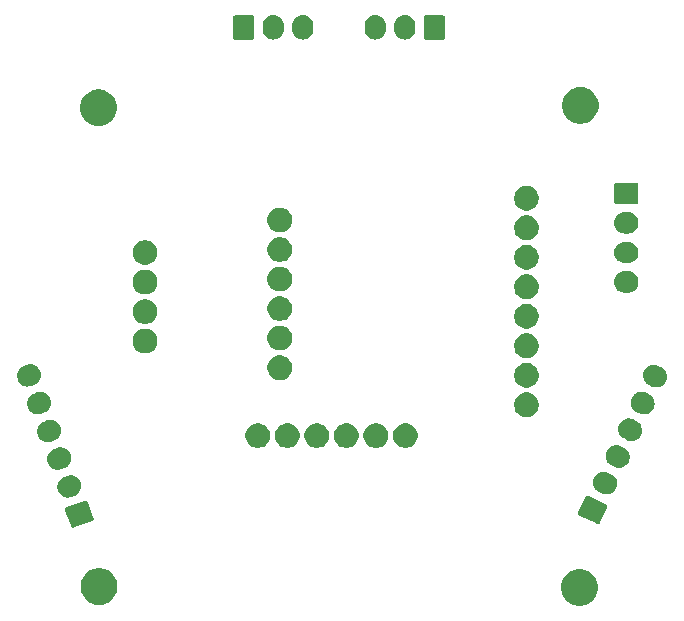
<source format=gbr>
G04 #@! TF.GenerationSoftware,KiCad,Pcbnew,(5.1.2)-2*
G04 #@! TF.CreationDate,2019-10-20T14:34:09-03:00*
G04 #@! TF.ProjectId,placa_sensores,706c6163-615f-4736-956e-736f7265732e,rev?*
G04 #@! TF.SameCoordinates,Original*
G04 #@! TF.FileFunction,Soldermask,Top*
G04 #@! TF.FilePolarity,Negative*
%FSLAX46Y46*%
G04 Gerber Fmt 4.6, Leading zero omitted, Abs format (unit mm)*
G04 Created by KiCad (PCBNEW (5.1.2)-2) date 2019-10-20 14:34:09*
%MOMM*%
%LPD*%
G04 APERTURE LIST*
%ADD10C,0.100000*%
G04 APERTURE END LIST*
D10*
G36*
X85451043Y-73858604D02*
G01*
X85702410Y-73908604D01*
X85984674Y-74025521D01*
X86238705Y-74195259D01*
X86454741Y-74411295D01*
X86624479Y-74665326D01*
X86741396Y-74947590D01*
X86741396Y-74947591D01*
X86791055Y-75197240D01*
X86801000Y-75247240D01*
X86801000Y-75552760D01*
X86741396Y-75852410D01*
X86624479Y-76134674D01*
X86454741Y-76388705D01*
X86238705Y-76604741D01*
X85984674Y-76774479D01*
X85702410Y-76891396D01*
X85654127Y-76901000D01*
X85402761Y-76951000D01*
X85097239Y-76951000D01*
X84845873Y-76901000D01*
X84797590Y-76891396D01*
X84515326Y-76774479D01*
X84261295Y-76604741D01*
X84045259Y-76388705D01*
X83875521Y-76134674D01*
X83758604Y-75852410D01*
X83699000Y-75552760D01*
X83699000Y-75247240D01*
X83708946Y-75197240D01*
X83758604Y-74947591D01*
X83758604Y-74947590D01*
X83875521Y-74665326D01*
X84045259Y-74411295D01*
X84261295Y-74195259D01*
X84515326Y-74025521D01*
X84797590Y-73908604D01*
X85048957Y-73858604D01*
X85097239Y-73849000D01*
X85402761Y-73849000D01*
X85451043Y-73858604D01*
X85451043Y-73858604D01*
G37*
G36*
X44852585Y-73828802D02*
G01*
X45002410Y-73858604D01*
X45284674Y-73975521D01*
X45538705Y-74145259D01*
X45754741Y-74361295D01*
X45924479Y-74615326D01*
X46041396Y-74897590D01*
X46051342Y-74947591D01*
X46101000Y-75197239D01*
X46101000Y-75502761D01*
X46091054Y-75552761D01*
X46041396Y-75802410D01*
X45924479Y-76084674D01*
X45754741Y-76338705D01*
X45538705Y-76554741D01*
X45284674Y-76724479D01*
X45002410Y-76841396D01*
X44852585Y-76871198D01*
X44702761Y-76901000D01*
X44397239Y-76901000D01*
X44247415Y-76871198D01*
X44097590Y-76841396D01*
X43815326Y-76724479D01*
X43561295Y-76554741D01*
X43345259Y-76338705D01*
X43175521Y-76084674D01*
X43058604Y-75802410D01*
X43008946Y-75552761D01*
X42999000Y-75502761D01*
X42999000Y-75197239D01*
X43048658Y-74947591D01*
X43058604Y-74897590D01*
X43175521Y-74615326D01*
X43345259Y-74361295D01*
X43561295Y-74145259D01*
X43815326Y-73975521D01*
X44097590Y-73858604D01*
X44247415Y-73828802D01*
X44397239Y-73799000D01*
X44702761Y-73799000D01*
X44852585Y-73828802D01*
X44852585Y-73828802D01*
G37*
G36*
X43492187Y-68057874D02*
G01*
X43524767Y-68069331D01*
X43554482Y-68086922D01*
X43580195Y-68109972D01*
X43600920Y-68137600D01*
X43618519Y-68174294D01*
X43646596Y-68251434D01*
X43646600Y-68251443D01*
X44081650Y-69446732D01*
X44081652Y-69446741D01*
X44109729Y-69523881D01*
X44119833Y-69563305D01*
X44121716Y-69597788D01*
X44116835Y-69631973D01*
X44105378Y-69664553D01*
X44087787Y-69694268D01*
X44064737Y-69719981D01*
X44037109Y-69740706D01*
X44000415Y-69758305D01*
X43923275Y-69786382D01*
X43923266Y-69786386D01*
X42493054Y-70306941D01*
X42493045Y-70306943D01*
X42415905Y-70335020D01*
X42376481Y-70345124D01*
X42341998Y-70347007D01*
X42307813Y-70342126D01*
X42275233Y-70330669D01*
X42245518Y-70313078D01*
X42219805Y-70290028D01*
X42199080Y-70262400D01*
X42181481Y-70225706D01*
X42153404Y-70148566D01*
X42153400Y-70148557D01*
X41718350Y-68953268D01*
X41718348Y-68953259D01*
X41690271Y-68876119D01*
X41680167Y-68836695D01*
X41678284Y-68802212D01*
X41683165Y-68768027D01*
X41694622Y-68735447D01*
X41712213Y-68705732D01*
X41735263Y-68680019D01*
X41762891Y-68659294D01*
X41799585Y-68641695D01*
X41876725Y-68613618D01*
X41876734Y-68613614D01*
X43306946Y-68093059D01*
X43306955Y-68093057D01*
X43384095Y-68064980D01*
X43423519Y-68054876D01*
X43458002Y-68052993D01*
X43492187Y-68057874D01*
X43492187Y-68057874D01*
G37*
G36*
X85928277Y-67663606D02*
G01*
X85966671Y-67677108D01*
X86041070Y-67711801D01*
X86041079Y-67711804D01*
X87420479Y-68355029D01*
X87420484Y-68355032D01*
X87494890Y-68389728D01*
X87529908Y-68410458D01*
X87555621Y-68433508D01*
X87576346Y-68461136D01*
X87591279Y-68492272D01*
X87599853Y-68525724D01*
X87601736Y-68560207D01*
X87596855Y-68594392D01*
X87583353Y-68632786D01*
X87548662Y-68707182D01*
X87548657Y-68707195D01*
X87011087Y-69860018D01*
X87011080Y-69860031D01*
X86976387Y-69934429D01*
X86955657Y-69969447D01*
X86932607Y-69995160D01*
X86904979Y-70015885D01*
X86873843Y-70030818D01*
X86840391Y-70039392D01*
X86805908Y-70041275D01*
X86771723Y-70036394D01*
X86733329Y-70022892D01*
X86658930Y-69988199D01*
X86658921Y-69988196D01*
X85279521Y-69344971D01*
X85279516Y-69344968D01*
X85205110Y-69310272D01*
X85170092Y-69289542D01*
X85144379Y-69266492D01*
X85123654Y-69238864D01*
X85108721Y-69207728D01*
X85100147Y-69174276D01*
X85098264Y-69139793D01*
X85103145Y-69105608D01*
X85116647Y-69067214D01*
X85151338Y-68992818D01*
X85151343Y-68992805D01*
X85688913Y-67839982D01*
X85688920Y-67839969D01*
X85723613Y-67765571D01*
X85744343Y-67730553D01*
X85767393Y-67704840D01*
X85795021Y-67684115D01*
X85826157Y-67669182D01*
X85859609Y-67660608D01*
X85894092Y-67658725D01*
X85928277Y-67663606D01*
X85928277Y-67663606D01*
G37*
G36*
X42338574Y-65923030D02*
G01*
X42377601Y-65928602D01*
X42427688Y-65946216D01*
X42545030Y-65987480D01*
X42629130Y-66037266D01*
X42697756Y-66077892D01*
X42697759Y-66077894D01*
X42697758Y-66077894D01*
X42829910Y-66196360D01*
X42852160Y-66226022D01*
X42936413Y-66338337D01*
X42986178Y-66442088D01*
X43013171Y-66498363D01*
X43057233Y-66670285D01*
X43066909Y-66847504D01*
X43041825Y-67023203D01*
X42982946Y-67190635D01*
X42892537Y-67343357D01*
X42892535Y-67343360D01*
X42774065Y-67475514D01*
X42774061Y-67475517D01*
X42774060Y-67475518D01*
X42719466Y-67516471D01*
X42632090Y-67582016D01*
X42512163Y-67639540D01*
X42194061Y-67755320D01*
X42164730Y-67762837D01*
X42065217Y-67788342D01*
X41888000Y-67798019D01*
X41751326Y-67778506D01*
X41712299Y-67772934D01*
X41628585Y-67743495D01*
X41544868Y-67714055D01*
X41392143Y-67623644D01*
X41259990Y-67505176D01*
X41233356Y-67469671D01*
X41153487Y-67363199D01*
X41103722Y-67259448D01*
X41076729Y-67203173D01*
X41032667Y-67031250D01*
X41022990Y-66854033D01*
X41048075Y-66678334D01*
X41048075Y-66678332D01*
X41077514Y-66594618D01*
X41106954Y-66510901D01*
X41197365Y-66358176D01*
X41315833Y-66226023D01*
X41355377Y-66196360D01*
X41457810Y-66119520D01*
X41577737Y-66061996D01*
X41895839Y-65946216D01*
X41895845Y-65946214D01*
X41895849Y-65946213D01*
X42024682Y-65913194D01*
X42201900Y-65903517D01*
X42338574Y-65923030D01*
X42338574Y-65923030D01*
G37*
G36*
X87508448Y-65651991D02*
G01*
X87633919Y-65696114D01*
X87940728Y-65839181D01*
X87982490Y-65863904D01*
X88055181Y-65906936D01*
X88187334Y-66025406D01*
X88293836Y-66167383D01*
X88293836Y-66167384D01*
X88370592Y-66327403D01*
X88392624Y-66413369D01*
X88414655Y-66499331D01*
X88414655Y-66499335D01*
X88424332Y-66676550D01*
X88399247Y-66852247D01*
X88340369Y-67019678D01*
X88249955Y-67172406D01*
X88131488Y-67304557D01*
X88079763Y-67343357D01*
X87989509Y-67411060D01*
X87957504Y-67426411D01*
X87829489Y-67487816D01*
X87743523Y-67509847D01*
X87657561Y-67531879D01*
X87480343Y-67541555D01*
X87480341Y-67541555D01*
X87363210Y-67524832D01*
X87304643Y-67516471D01*
X87269107Y-67503974D01*
X87179173Y-67472348D01*
X87101953Y-67436340D01*
X86872368Y-67329283D01*
X86757911Y-67261526D01*
X86678832Y-67190635D01*
X86625759Y-67143058D01*
X86583149Y-67086254D01*
X86519256Y-67001079D01*
X86503905Y-66969074D01*
X86442500Y-66841059D01*
X86420469Y-66755093D01*
X86398437Y-66669131D01*
X86388761Y-66491914D01*
X86413845Y-66316214D01*
X86472724Y-66148784D01*
X86563136Y-65996057D01*
X86643029Y-65906936D01*
X86681604Y-65863905D01*
X86738408Y-65821295D01*
X86823583Y-65757402D01*
X86855588Y-65742051D01*
X86983603Y-65680646D01*
X87069569Y-65658614D01*
X87155531Y-65636583D01*
X87332748Y-65626907D01*
X87332750Y-65626907D01*
X87508448Y-65651991D01*
X87508448Y-65651991D01*
G37*
G36*
X41480789Y-63573409D02*
G01*
X41522550Y-63579371D01*
X41584054Y-63601000D01*
X41689979Y-63638249D01*
X41774079Y-63688035D01*
X41842705Y-63728661D01*
X41842708Y-63728663D01*
X41842707Y-63728663D01*
X41974859Y-63847129D01*
X41997109Y-63876791D01*
X42081362Y-63989106D01*
X42116150Y-64061633D01*
X42158120Y-64149132D01*
X42202182Y-64321054D01*
X42211858Y-64498273D01*
X42186774Y-64673972D01*
X42127895Y-64841404D01*
X42037486Y-64994126D01*
X42037484Y-64994129D01*
X41919014Y-65126283D01*
X41919010Y-65126286D01*
X41919009Y-65126287D01*
X41848108Y-65179473D01*
X41777039Y-65232785D01*
X41657112Y-65290309D01*
X41339010Y-65406089D01*
X41338997Y-65406092D01*
X41338998Y-65406092D01*
X41210166Y-65439111D01*
X41032949Y-65448788D01*
X40896275Y-65429275D01*
X40857248Y-65423703D01*
X40773534Y-65394264D01*
X40689817Y-65364824D01*
X40537092Y-65274413D01*
X40404939Y-65155945D01*
X40378305Y-65120440D01*
X40298436Y-65013968D01*
X40248671Y-64910217D01*
X40221678Y-64853942D01*
X40177616Y-64682019D01*
X40167939Y-64504802D01*
X40193024Y-64329103D01*
X40193024Y-64329101D01*
X40229231Y-64226142D01*
X40251903Y-64161670D01*
X40342314Y-64008945D01*
X40460782Y-63876792D01*
X40500326Y-63847129D01*
X40602759Y-63770289D01*
X40722686Y-63712765D01*
X41040788Y-63596985D01*
X41040794Y-63596983D01*
X41040798Y-63596982D01*
X41169631Y-63563963D01*
X41346849Y-63554286D01*
X41480789Y-63573409D01*
X41480789Y-63573409D01*
G37*
G36*
X88564993Y-63386221D02*
G01*
X88690464Y-63430344D01*
X88690470Y-63430347D01*
X88956262Y-63554287D01*
X88997273Y-63573411D01*
X89037089Y-63596982D01*
X89111726Y-63641166D01*
X89243879Y-63759636D01*
X89350381Y-63901613D01*
X89350381Y-63901614D01*
X89427137Y-64061633D01*
X89449169Y-64147599D01*
X89471200Y-64233561D01*
X89471200Y-64233565D01*
X89480877Y-64410780D01*
X89455792Y-64586477D01*
X89396914Y-64753908D01*
X89306500Y-64906636D01*
X89188033Y-65038787D01*
X89131229Y-65081397D01*
X89046054Y-65145290D01*
X89023844Y-65155943D01*
X88886034Y-65222046D01*
X88800068Y-65244078D01*
X88714106Y-65266109D01*
X88536888Y-65275785D01*
X88536886Y-65275785D01*
X88419755Y-65259062D01*
X88361188Y-65250701D01*
X88310242Y-65232785D01*
X88235718Y-65206578D01*
X88127131Y-65155943D01*
X87928913Y-65063513D01*
X87814456Y-64995756D01*
X87803120Y-64985593D01*
X87682304Y-64877288D01*
X87589753Y-64753908D01*
X87575801Y-64735309D01*
X87550240Y-64682019D01*
X87499045Y-64575289D01*
X87477014Y-64489323D01*
X87454982Y-64403361D01*
X87445306Y-64226144D01*
X87470390Y-64050444D01*
X87529269Y-63883014D01*
X87619681Y-63730287D01*
X87699574Y-63641166D01*
X87738149Y-63598135D01*
X87796604Y-63554286D01*
X87880128Y-63491632D01*
X87912133Y-63476281D01*
X88040148Y-63414876D01*
X88126114Y-63392844D01*
X88212076Y-63370813D01*
X88389293Y-63361137D01*
X88389295Y-63361137D01*
X88564993Y-63386221D01*
X88564993Y-63386221D01*
G37*
G36*
X58306564Y-61539389D02*
G01*
X58497833Y-61618615D01*
X58497835Y-61618616D01*
X58669973Y-61733635D01*
X58816365Y-61880027D01*
X58883079Y-61979871D01*
X58931385Y-62052167D01*
X59010611Y-62243436D01*
X59051000Y-62446484D01*
X59051000Y-62653516D01*
X59010611Y-62856564D01*
X58931385Y-63047833D01*
X58931384Y-63047835D01*
X58816365Y-63219973D01*
X58669973Y-63366365D01*
X58497835Y-63481384D01*
X58497834Y-63481385D01*
X58497833Y-63481385D01*
X58306564Y-63560611D01*
X58103516Y-63601000D01*
X57896484Y-63601000D01*
X57693436Y-63560611D01*
X57502167Y-63481385D01*
X57502166Y-63481385D01*
X57502165Y-63481384D01*
X57330027Y-63366365D01*
X57183635Y-63219973D01*
X57068616Y-63047835D01*
X57068615Y-63047833D01*
X56989389Y-62856564D01*
X56949000Y-62653516D01*
X56949000Y-62446484D01*
X56989389Y-62243436D01*
X57068615Y-62052167D01*
X57116922Y-61979871D01*
X57183635Y-61880027D01*
X57330027Y-61733635D01*
X57502165Y-61618616D01*
X57502167Y-61618615D01*
X57693436Y-61539389D01*
X57896484Y-61499000D01*
X58103516Y-61499000D01*
X58306564Y-61539389D01*
X58306564Y-61539389D01*
G37*
G36*
X60806564Y-61539389D02*
G01*
X60997833Y-61618615D01*
X60997835Y-61618616D01*
X61169973Y-61733635D01*
X61316365Y-61880027D01*
X61383079Y-61979871D01*
X61431385Y-62052167D01*
X61510611Y-62243436D01*
X61551000Y-62446484D01*
X61551000Y-62653516D01*
X61510611Y-62856564D01*
X61431385Y-63047833D01*
X61431384Y-63047835D01*
X61316365Y-63219973D01*
X61169973Y-63366365D01*
X60997835Y-63481384D01*
X60997834Y-63481385D01*
X60997833Y-63481385D01*
X60806564Y-63560611D01*
X60603516Y-63601000D01*
X60396484Y-63601000D01*
X60193436Y-63560611D01*
X60002167Y-63481385D01*
X60002166Y-63481385D01*
X60002165Y-63481384D01*
X59830027Y-63366365D01*
X59683635Y-63219973D01*
X59568616Y-63047835D01*
X59568615Y-63047833D01*
X59489389Y-62856564D01*
X59449000Y-62653516D01*
X59449000Y-62446484D01*
X59489389Y-62243436D01*
X59568615Y-62052167D01*
X59616922Y-61979871D01*
X59683635Y-61880027D01*
X59830027Y-61733635D01*
X60002165Y-61618616D01*
X60002167Y-61618615D01*
X60193436Y-61539389D01*
X60396484Y-61499000D01*
X60603516Y-61499000D01*
X60806564Y-61539389D01*
X60806564Y-61539389D01*
G37*
G36*
X63306564Y-61539389D02*
G01*
X63497833Y-61618615D01*
X63497835Y-61618616D01*
X63669973Y-61733635D01*
X63816365Y-61880027D01*
X63883079Y-61979871D01*
X63931385Y-62052167D01*
X64010611Y-62243436D01*
X64051000Y-62446484D01*
X64051000Y-62653516D01*
X64010611Y-62856564D01*
X63931385Y-63047833D01*
X63931384Y-63047835D01*
X63816365Y-63219973D01*
X63669973Y-63366365D01*
X63497835Y-63481384D01*
X63497834Y-63481385D01*
X63497833Y-63481385D01*
X63306564Y-63560611D01*
X63103516Y-63601000D01*
X62896484Y-63601000D01*
X62693436Y-63560611D01*
X62502167Y-63481385D01*
X62502166Y-63481385D01*
X62502165Y-63481384D01*
X62330027Y-63366365D01*
X62183635Y-63219973D01*
X62068616Y-63047835D01*
X62068615Y-63047833D01*
X61989389Y-62856564D01*
X61949000Y-62653516D01*
X61949000Y-62446484D01*
X61989389Y-62243436D01*
X62068615Y-62052167D01*
X62116922Y-61979871D01*
X62183635Y-61880027D01*
X62330027Y-61733635D01*
X62502165Y-61618616D01*
X62502167Y-61618615D01*
X62693436Y-61539389D01*
X62896484Y-61499000D01*
X63103516Y-61499000D01*
X63306564Y-61539389D01*
X63306564Y-61539389D01*
G37*
G36*
X65806564Y-61539389D02*
G01*
X65997833Y-61618615D01*
X65997835Y-61618616D01*
X66169973Y-61733635D01*
X66316365Y-61880027D01*
X66383079Y-61979871D01*
X66431385Y-62052167D01*
X66510611Y-62243436D01*
X66551000Y-62446484D01*
X66551000Y-62653516D01*
X66510611Y-62856564D01*
X66431385Y-63047833D01*
X66431384Y-63047835D01*
X66316365Y-63219973D01*
X66169973Y-63366365D01*
X65997835Y-63481384D01*
X65997834Y-63481385D01*
X65997833Y-63481385D01*
X65806564Y-63560611D01*
X65603516Y-63601000D01*
X65396484Y-63601000D01*
X65193436Y-63560611D01*
X65002167Y-63481385D01*
X65002166Y-63481385D01*
X65002165Y-63481384D01*
X64830027Y-63366365D01*
X64683635Y-63219973D01*
X64568616Y-63047835D01*
X64568615Y-63047833D01*
X64489389Y-62856564D01*
X64449000Y-62653516D01*
X64449000Y-62446484D01*
X64489389Y-62243436D01*
X64568615Y-62052167D01*
X64616922Y-61979871D01*
X64683635Y-61880027D01*
X64830027Y-61733635D01*
X65002165Y-61618616D01*
X65002167Y-61618615D01*
X65193436Y-61539389D01*
X65396484Y-61499000D01*
X65603516Y-61499000D01*
X65806564Y-61539389D01*
X65806564Y-61539389D01*
G37*
G36*
X68306564Y-61539389D02*
G01*
X68497833Y-61618615D01*
X68497835Y-61618616D01*
X68669973Y-61733635D01*
X68816365Y-61880027D01*
X68883079Y-61979871D01*
X68931385Y-62052167D01*
X69010611Y-62243436D01*
X69051000Y-62446484D01*
X69051000Y-62653516D01*
X69010611Y-62856564D01*
X68931385Y-63047833D01*
X68931384Y-63047835D01*
X68816365Y-63219973D01*
X68669973Y-63366365D01*
X68497835Y-63481384D01*
X68497834Y-63481385D01*
X68497833Y-63481385D01*
X68306564Y-63560611D01*
X68103516Y-63601000D01*
X67896484Y-63601000D01*
X67693436Y-63560611D01*
X67502167Y-63481385D01*
X67502166Y-63481385D01*
X67502165Y-63481384D01*
X67330027Y-63366365D01*
X67183635Y-63219973D01*
X67068616Y-63047835D01*
X67068615Y-63047833D01*
X66989389Y-62856564D01*
X66949000Y-62653516D01*
X66949000Y-62446484D01*
X66989389Y-62243436D01*
X67068615Y-62052167D01*
X67116922Y-61979871D01*
X67183635Y-61880027D01*
X67330027Y-61733635D01*
X67502165Y-61618616D01*
X67502167Y-61618615D01*
X67693436Y-61539389D01*
X67896484Y-61499000D01*
X68103516Y-61499000D01*
X68306564Y-61539389D01*
X68306564Y-61539389D01*
G37*
G36*
X70806564Y-61539389D02*
G01*
X70997833Y-61618615D01*
X70997835Y-61618616D01*
X71169973Y-61733635D01*
X71316365Y-61880027D01*
X71383079Y-61979871D01*
X71431385Y-62052167D01*
X71510611Y-62243436D01*
X71551000Y-62446484D01*
X71551000Y-62653516D01*
X71510611Y-62856564D01*
X71431385Y-63047833D01*
X71431384Y-63047835D01*
X71316365Y-63219973D01*
X71169973Y-63366365D01*
X70997835Y-63481384D01*
X70997834Y-63481385D01*
X70997833Y-63481385D01*
X70806564Y-63560611D01*
X70603516Y-63601000D01*
X70396484Y-63601000D01*
X70193436Y-63560611D01*
X70002167Y-63481385D01*
X70002166Y-63481385D01*
X70002165Y-63481384D01*
X69830027Y-63366365D01*
X69683635Y-63219973D01*
X69568616Y-63047835D01*
X69568615Y-63047833D01*
X69489389Y-62856564D01*
X69449000Y-62653516D01*
X69449000Y-62446484D01*
X69489389Y-62243436D01*
X69568615Y-62052167D01*
X69616922Y-61979871D01*
X69683635Y-61880027D01*
X69830027Y-61733635D01*
X70002165Y-61618616D01*
X70002167Y-61618615D01*
X70193436Y-61539389D01*
X70396484Y-61499000D01*
X70603516Y-61499000D01*
X70806564Y-61539389D01*
X70806564Y-61539389D01*
G37*
G36*
X40628473Y-61224567D02*
G01*
X40667500Y-61230139D01*
X40717587Y-61247753D01*
X40834929Y-61289017D01*
X40908153Y-61332365D01*
X40987655Y-61379429D01*
X40987658Y-61379431D01*
X40987657Y-61379431D01*
X41119809Y-61497897D01*
X41120636Y-61499000D01*
X41226312Y-61639874D01*
X41271285Y-61733635D01*
X41303070Y-61799900D01*
X41347132Y-61971822D01*
X41347132Y-61971824D01*
X41356808Y-62149041D01*
X41332300Y-62320709D01*
X41331724Y-62324740D01*
X41272845Y-62492172D01*
X41184820Y-62640867D01*
X41182434Y-62644897D01*
X41063964Y-62777051D01*
X41063960Y-62777054D01*
X41063959Y-62777055D01*
X40993058Y-62830241D01*
X40921989Y-62883553D01*
X40802062Y-62941077D01*
X40483960Y-63056857D01*
X40483947Y-63056860D01*
X40483948Y-63056860D01*
X40355116Y-63089879D01*
X40177899Y-63099556D01*
X40041225Y-63080043D01*
X40002198Y-63074471D01*
X39918484Y-63045032D01*
X39834767Y-63015592D01*
X39682042Y-62925181D01*
X39549889Y-62806713D01*
X39492334Y-62729987D01*
X39443386Y-62664736D01*
X39393621Y-62560985D01*
X39366628Y-62504710D01*
X39322566Y-62332787D01*
X39312889Y-62155570D01*
X39337974Y-61979871D01*
X39337974Y-61979869D01*
X39373085Y-61880027D01*
X39396853Y-61812438D01*
X39487264Y-61659713D01*
X39605732Y-61527560D01*
X39650648Y-61493867D01*
X39747709Y-61421057D01*
X39867636Y-61363533D01*
X40185738Y-61247753D01*
X40185744Y-61247751D01*
X40185748Y-61247750D01*
X40314581Y-61214731D01*
X40491799Y-61205054D01*
X40628473Y-61224567D01*
X40628473Y-61224567D01*
G37*
G36*
X89621539Y-61120452D02*
G01*
X89747010Y-61164575D01*
X89747016Y-61164578D01*
X90013878Y-61289017D01*
X90053819Y-61307642D01*
X90095581Y-61332365D01*
X90168272Y-61375397D01*
X90267685Y-61464517D01*
X90300426Y-61493868D01*
X90325699Y-61527559D01*
X90406927Y-61635844D01*
X90406927Y-61635845D01*
X90483683Y-61795864D01*
X90505252Y-61880027D01*
X90527746Y-61967792D01*
X90529651Y-62002689D01*
X90537423Y-62145011D01*
X90523370Y-62243436D01*
X90512338Y-62320709D01*
X90497020Y-62364269D01*
X90453460Y-62488139D01*
X90363046Y-62640867D01*
X90244579Y-62773018D01*
X90199660Y-62806713D01*
X90102600Y-62879521D01*
X90070595Y-62894872D01*
X89942580Y-62956277D01*
X89856614Y-62978308D01*
X89770652Y-63000340D01*
X89593434Y-63010016D01*
X89593432Y-63010016D01*
X89476301Y-62993293D01*
X89417734Y-62984932D01*
X89382198Y-62972435D01*
X89292264Y-62940809D01*
X89169476Y-62883552D01*
X88985459Y-62797744D01*
X88871002Y-62729987D01*
X88859666Y-62719824D01*
X88738850Y-62611519D01*
X88658730Y-62504711D01*
X88632347Y-62469540D01*
X88616996Y-62437535D01*
X88555591Y-62309520D01*
X88516136Y-62155570D01*
X88511528Y-62137592D01*
X88501852Y-61960375D01*
X88526936Y-61784675D01*
X88585815Y-61617245D01*
X88676227Y-61464518D01*
X88756120Y-61375397D01*
X88794695Y-61332366D01*
X88907497Y-61247750D01*
X88936674Y-61225863D01*
X88980057Y-61205054D01*
X89096694Y-61149107D01*
X89182660Y-61127076D01*
X89268622Y-61105044D01*
X89445839Y-61095368D01*
X89445841Y-61095368D01*
X89621539Y-61120452D01*
X89621539Y-61120452D01*
G37*
G36*
X81056564Y-58939389D02*
G01*
X81247833Y-59018615D01*
X81247835Y-59018616D01*
X81419973Y-59133635D01*
X81566365Y-59280027D01*
X81680384Y-59450668D01*
X81681385Y-59452167D01*
X81760611Y-59643436D01*
X81801000Y-59846484D01*
X81801000Y-60053516D01*
X81760611Y-60256564D01*
X81689673Y-60427824D01*
X81681384Y-60447835D01*
X81566365Y-60619973D01*
X81419973Y-60766365D01*
X81247835Y-60881384D01*
X81247834Y-60881385D01*
X81247833Y-60881385D01*
X81056564Y-60960611D01*
X80853516Y-61001000D01*
X80646484Y-61001000D01*
X80443436Y-60960611D01*
X80252167Y-60881385D01*
X80252166Y-60881385D01*
X80252165Y-60881384D01*
X80080027Y-60766365D01*
X79933635Y-60619973D01*
X79818616Y-60447835D01*
X79810327Y-60427824D01*
X79739389Y-60256564D01*
X79699000Y-60053516D01*
X79699000Y-59846484D01*
X79739389Y-59643436D01*
X79818615Y-59452167D01*
X79819617Y-59450668D01*
X79933635Y-59280027D01*
X80080027Y-59133635D01*
X80252165Y-59018616D01*
X80252167Y-59018615D01*
X80443436Y-58939389D01*
X80646484Y-58899000D01*
X80853516Y-58899000D01*
X81056564Y-58939389D01*
X81056564Y-58939389D01*
G37*
G36*
X39773423Y-58875336D02*
G01*
X39812450Y-58880908D01*
X39881583Y-58905220D01*
X39979879Y-58939786D01*
X40063979Y-58989572D01*
X40132605Y-59030198D01*
X40153489Y-59048920D01*
X40264759Y-59148666D01*
X40287009Y-59178328D01*
X40371262Y-59290643D01*
X40409362Y-59370075D01*
X40448020Y-59450669D01*
X40492082Y-59622591D01*
X40492082Y-59622593D01*
X40501758Y-59799810D01*
X40495095Y-59846484D01*
X40476674Y-59975509D01*
X40417795Y-60142941D01*
X40350532Y-60256564D01*
X40327384Y-60295666D01*
X40208914Y-60427820D01*
X40208910Y-60427823D01*
X40208909Y-60427824D01*
X40160394Y-60464217D01*
X40066939Y-60534322D01*
X39947012Y-60591846D01*
X39628910Y-60707626D01*
X39628897Y-60707629D01*
X39628898Y-60707629D01*
X39500066Y-60740648D01*
X39322849Y-60750325D01*
X39186175Y-60730812D01*
X39147148Y-60725240D01*
X39063434Y-60695801D01*
X38979717Y-60666361D01*
X38826992Y-60575950D01*
X38694839Y-60457482D01*
X38633039Y-60375097D01*
X38588336Y-60315505D01*
X38534741Y-60203769D01*
X38511578Y-60155479D01*
X38467516Y-59983556D01*
X38457839Y-59806339D01*
X38482924Y-59630640D01*
X38482924Y-59630638D01*
X38522216Y-59518906D01*
X38541803Y-59463207D01*
X38632214Y-59310482D01*
X38750682Y-59178329D01*
X38790226Y-59148666D01*
X38892659Y-59071826D01*
X39012586Y-59014302D01*
X39330688Y-58898522D01*
X39330694Y-58898520D01*
X39330698Y-58898519D01*
X39459531Y-58865500D01*
X39636749Y-58855823D01*
X39773423Y-58875336D01*
X39773423Y-58875336D01*
G37*
G36*
X90678085Y-58854682D02*
G01*
X90803556Y-58898805D01*
X91110365Y-59041872D01*
X91152127Y-59066595D01*
X91224818Y-59109627D01*
X91356971Y-59228097D01*
X91463473Y-59370074D01*
X91463473Y-59370075D01*
X91540229Y-59530094D01*
X91562260Y-59616060D01*
X91584292Y-59702022D01*
X91584292Y-59702026D01*
X91593969Y-59879241D01*
X91568884Y-60054938D01*
X91510006Y-60222369D01*
X91419592Y-60375097D01*
X91301125Y-60507248D01*
X91265034Y-60534321D01*
X91159146Y-60613751D01*
X91146174Y-60619973D01*
X90999126Y-60690507D01*
X90913160Y-60712538D01*
X90827198Y-60734570D01*
X90649980Y-60744246D01*
X90649978Y-60744246D01*
X90516853Y-60725240D01*
X90474280Y-60719162D01*
X90438744Y-60706665D01*
X90348810Y-60675039D01*
X90271590Y-60639031D01*
X90042005Y-60531974D01*
X89927548Y-60464217D01*
X89909272Y-60447833D01*
X89795396Y-60345749D01*
X89752786Y-60288945D01*
X89688893Y-60203770D01*
X89673542Y-60171765D01*
X89612137Y-60043750D01*
X89590105Y-59957784D01*
X89568074Y-59871822D01*
X89558398Y-59694605D01*
X89583482Y-59518905D01*
X89642361Y-59351475D01*
X89732773Y-59198748D01*
X89812666Y-59109627D01*
X89851241Y-59066596D01*
X89908045Y-59023986D01*
X89993220Y-58960093D01*
X90025225Y-58944742D01*
X90153240Y-58883337D01*
X90239206Y-58861306D01*
X90325168Y-58839274D01*
X90502385Y-58829598D01*
X90502387Y-58829598D01*
X90678085Y-58854682D01*
X90678085Y-58854682D01*
G37*
G36*
X81056564Y-56439389D02*
G01*
X81247833Y-56518615D01*
X81247835Y-56518616D01*
X81419973Y-56633635D01*
X81566365Y-56780027D01*
X81674200Y-56941413D01*
X81681385Y-56952167D01*
X81760611Y-57143436D01*
X81801000Y-57346484D01*
X81801000Y-57553516D01*
X81760611Y-57756564D01*
X81681966Y-57946431D01*
X81681384Y-57947835D01*
X81566365Y-58119973D01*
X81419973Y-58266365D01*
X81247835Y-58381384D01*
X81247834Y-58381385D01*
X81247833Y-58381385D01*
X81056564Y-58460611D01*
X80853516Y-58501000D01*
X80646484Y-58501000D01*
X80443436Y-58460611D01*
X80252167Y-58381385D01*
X80252166Y-58381385D01*
X80252165Y-58381384D01*
X80080027Y-58266365D01*
X79933635Y-58119973D01*
X79818616Y-57947835D01*
X79818034Y-57946431D01*
X79739389Y-57756564D01*
X79699000Y-57553516D01*
X79699000Y-57346484D01*
X79739389Y-57143436D01*
X79818615Y-56952167D01*
X79825801Y-56941413D01*
X79933635Y-56780027D01*
X80080027Y-56633635D01*
X80252165Y-56518616D01*
X80252167Y-56518615D01*
X80443436Y-56439389D01*
X80646484Y-56399000D01*
X80853516Y-56399000D01*
X81056564Y-56439389D01*
X81056564Y-56439389D01*
G37*
G36*
X91734630Y-56588913D02*
G01*
X91860101Y-56633036D01*
X92166910Y-56776103D01*
X92173538Y-56780027D01*
X92281363Y-56843858D01*
X92413516Y-56962328D01*
X92520018Y-57104305D01*
X92521102Y-57106565D01*
X92596774Y-57264325D01*
X92617830Y-57346484D01*
X92640837Y-57436253D01*
X92640837Y-57436257D01*
X92650514Y-57613472D01*
X92633679Y-57731384D01*
X92625429Y-57789170D01*
X92619423Y-57806248D01*
X92566551Y-57956600D01*
X92502337Y-58065070D01*
X92476776Y-58108250D01*
X92476137Y-58109328D01*
X92357670Y-58241479D01*
X92324494Y-58266365D01*
X92215691Y-58347982D01*
X92193977Y-58358397D01*
X92055671Y-58424738D01*
X91969705Y-58446770D01*
X91883743Y-58468801D01*
X91706525Y-58478477D01*
X91706523Y-58478477D01*
X91581376Y-58460610D01*
X91530825Y-58453393D01*
X91495289Y-58440896D01*
X91405355Y-58409270D01*
X91328135Y-58373262D01*
X91098550Y-58266205D01*
X90984093Y-58198448D01*
X90896554Y-58119973D01*
X90851941Y-58079980D01*
X90766646Y-57966273D01*
X90745438Y-57938001D01*
X90730087Y-57905996D01*
X90668682Y-57777981D01*
X90631865Y-57634324D01*
X90624619Y-57606053D01*
X90614943Y-57428836D01*
X90640027Y-57253136D01*
X90698906Y-57085706D01*
X90789318Y-56932979D01*
X90882444Y-56829097D01*
X90907786Y-56800827D01*
X90964590Y-56758217D01*
X91049765Y-56694324D01*
X91110744Y-56665075D01*
X91209785Y-56617568D01*
X91295751Y-56595536D01*
X91381713Y-56573505D01*
X91558930Y-56563829D01*
X91558932Y-56563829D01*
X91734630Y-56588913D01*
X91734630Y-56588913D01*
G37*
G36*
X38918372Y-56526104D02*
G01*
X38957399Y-56531676D01*
X39007486Y-56549290D01*
X39124828Y-56590554D01*
X39196589Y-56633036D01*
X39277554Y-56680966D01*
X39277557Y-56680968D01*
X39277556Y-56680968D01*
X39409708Y-56799434D01*
X39431958Y-56829096D01*
X39516211Y-56941411D01*
X39526244Y-56962329D01*
X39592969Y-57101437D01*
X39637031Y-57273359D01*
X39641024Y-57346486D01*
X39646707Y-57450578D01*
X39623452Y-57613470D01*
X39621623Y-57626277D01*
X39562744Y-57793709D01*
X39477326Y-57938000D01*
X39472333Y-57946434D01*
X39353863Y-58078588D01*
X39353859Y-58078591D01*
X39353858Y-58078592D01*
X39312886Y-58109327D01*
X39211888Y-58185090D01*
X39091961Y-58242614D01*
X38773859Y-58358394D01*
X38773846Y-58358397D01*
X38773847Y-58358397D01*
X38645015Y-58391416D01*
X38467798Y-58401093D01*
X38329753Y-58381384D01*
X38292097Y-58376008D01*
X38208382Y-58346568D01*
X38124666Y-58317129D01*
X37971941Y-58226718D01*
X37839788Y-58108250D01*
X37813154Y-58072745D01*
X37733285Y-57966273D01*
X37683520Y-57862522D01*
X37656527Y-57806247D01*
X37612465Y-57634324D01*
X37602788Y-57457107D01*
X37627873Y-57281408D01*
X37627873Y-57281406D01*
X37676392Y-57143436D01*
X37686752Y-57113975D01*
X37777163Y-56961250D01*
X37895631Y-56829097D01*
X37966277Y-56776103D01*
X38037608Y-56722594D01*
X38157535Y-56665070D01*
X38475637Y-56549290D01*
X38475643Y-56549288D01*
X38475647Y-56549287D01*
X38604480Y-56516268D01*
X38781698Y-56506591D01*
X38918372Y-56526104D01*
X38918372Y-56526104D01*
G37*
G36*
X60156564Y-55789389D02*
G01*
X60347833Y-55868615D01*
X60347835Y-55868616D01*
X60366945Y-55881385D01*
X60519973Y-55983635D01*
X60666365Y-56130027D01*
X60781385Y-56302167D01*
X60860611Y-56493436D01*
X60901000Y-56696484D01*
X60901000Y-56903516D01*
X60860611Y-57106564D01*
X60788189Y-57281406D01*
X60781384Y-57297835D01*
X60666365Y-57469973D01*
X60519973Y-57616365D01*
X60347835Y-57731384D01*
X60347834Y-57731385D01*
X60347833Y-57731385D01*
X60156564Y-57810611D01*
X59953516Y-57851000D01*
X59746484Y-57851000D01*
X59543436Y-57810611D01*
X59352167Y-57731385D01*
X59352166Y-57731385D01*
X59352165Y-57731384D01*
X59180027Y-57616365D01*
X59033635Y-57469973D01*
X58918616Y-57297835D01*
X58911811Y-57281406D01*
X58839389Y-57106564D01*
X58799000Y-56903516D01*
X58799000Y-56696484D01*
X58839389Y-56493436D01*
X58918615Y-56302167D01*
X59033635Y-56130027D01*
X59180027Y-55983635D01*
X59333055Y-55881385D01*
X59352165Y-55868616D01*
X59352167Y-55868615D01*
X59543436Y-55789389D01*
X59746484Y-55749000D01*
X59953516Y-55749000D01*
X60156564Y-55789389D01*
X60156564Y-55789389D01*
G37*
G36*
X81056564Y-53939389D02*
G01*
X81187045Y-53993436D01*
X81247835Y-54018616D01*
X81419973Y-54133635D01*
X81566365Y-54280027D01*
X81681385Y-54452167D01*
X81760611Y-54643436D01*
X81801000Y-54846484D01*
X81801000Y-55053516D01*
X81760611Y-55256564D01*
X81738224Y-55310610D01*
X81681384Y-55447835D01*
X81566365Y-55619973D01*
X81419973Y-55766365D01*
X81247835Y-55881384D01*
X81247834Y-55881385D01*
X81247833Y-55881385D01*
X81056564Y-55960611D01*
X80853516Y-56001000D01*
X80646484Y-56001000D01*
X80443436Y-55960611D01*
X80252167Y-55881385D01*
X80252166Y-55881385D01*
X80252165Y-55881384D01*
X80080027Y-55766365D01*
X79933635Y-55619973D01*
X79818616Y-55447835D01*
X79761776Y-55310610D01*
X79739389Y-55256564D01*
X79699000Y-55053516D01*
X79699000Y-54846484D01*
X79739389Y-54643436D01*
X79818615Y-54452167D01*
X79933635Y-54280027D01*
X80080027Y-54133635D01*
X80252165Y-54018616D01*
X80312955Y-53993436D01*
X80443436Y-53939389D01*
X80646484Y-53899000D01*
X80853516Y-53899000D01*
X81056564Y-53939389D01*
X81056564Y-53939389D01*
G37*
G36*
X48756564Y-53539389D02*
G01*
X48947833Y-53618615D01*
X48947835Y-53618616D01*
X49119973Y-53733635D01*
X49266365Y-53880027D01*
X49358967Y-54018615D01*
X49381385Y-54052167D01*
X49460611Y-54243436D01*
X49501000Y-54446484D01*
X49501000Y-54653516D01*
X49460611Y-54856564D01*
X49381385Y-55047833D01*
X49381384Y-55047835D01*
X49266365Y-55219973D01*
X49119973Y-55366365D01*
X48947835Y-55481384D01*
X48947834Y-55481385D01*
X48947833Y-55481385D01*
X48756564Y-55560611D01*
X48553516Y-55601000D01*
X48346484Y-55601000D01*
X48143436Y-55560611D01*
X47952167Y-55481385D01*
X47952166Y-55481385D01*
X47952165Y-55481384D01*
X47780027Y-55366365D01*
X47633635Y-55219973D01*
X47518616Y-55047835D01*
X47518615Y-55047833D01*
X47439389Y-54856564D01*
X47399000Y-54653516D01*
X47399000Y-54446484D01*
X47439389Y-54243436D01*
X47518615Y-54052167D01*
X47541034Y-54018615D01*
X47633635Y-53880027D01*
X47780027Y-53733635D01*
X47952165Y-53618616D01*
X47952167Y-53618615D01*
X48143436Y-53539389D01*
X48346484Y-53499000D01*
X48553516Y-53499000D01*
X48756564Y-53539389D01*
X48756564Y-53539389D01*
G37*
G36*
X60156564Y-53289389D02*
G01*
X60347833Y-53368615D01*
X60347835Y-53368616D01*
X60519973Y-53483635D01*
X60666365Y-53630027D01*
X60735594Y-53733635D01*
X60781385Y-53802167D01*
X60860611Y-53993436D01*
X60901000Y-54196484D01*
X60901000Y-54403516D01*
X60860611Y-54606564D01*
X60781385Y-54797833D01*
X60781384Y-54797835D01*
X60666365Y-54969973D01*
X60519973Y-55116365D01*
X60347835Y-55231384D01*
X60347834Y-55231385D01*
X60347833Y-55231385D01*
X60156564Y-55310611D01*
X59953516Y-55351000D01*
X59746484Y-55351000D01*
X59543436Y-55310611D01*
X59352167Y-55231385D01*
X59352166Y-55231385D01*
X59352165Y-55231384D01*
X59180027Y-55116365D01*
X59033635Y-54969973D01*
X58918616Y-54797835D01*
X58918615Y-54797833D01*
X58839389Y-54606564D01*
X58799000Y-54403516D01*
X58799000Y-54196484D01*
X58839389Y-53993436D01*
X58918615Y-53802167D01*
X58964407Y-53733635D01*
X59033635Y-53630027D01*
X59180027Y-53483635D01*
X59352165Y-53368616D01*
X59352167Y-53368615D01*
X59543436Y-53289389D01*
X59746484Y-53249000D01*
X59953516Y-53249000D01*
X60156564Y-53289389D01*
X60156564Y-53289389D01*
G37*
G36*
X81056564Y-51439389D02*
G01*
X81187045Y-51493436D01*
X81247835Y-51518616D01*
X81419973Y-51633635D01*
X81566365Y-51780027D01*
X81681385Y-51952167D01*
X81760611Y-52143436D01*
X81801000Y-52346484D01*
X81801000Y-52553516D01*
X81760611Y-52756564D01*
X81738224Y-52810610D01*
X81681384Y-52947835D01*
X81566365Y-53119973D01*
X81419973Y-53266365D01*
X81247835Y-53381384D01*
X81247834Y-53381385D01*
X81247833Y-53381385D01*
X81056564Y-53460611D01*
X80853516Y-53501000D01*
X80646484Y-53501000D01*
X80443436Y-53460611D01*
X80252167Y-53381385D01*
X80252166Y-53381385D01*
X80252165Y-53381384D01*
X80080027Y-53266365D01*
X79933635Y-53119973D01*
X79818616Y-52947835D01*
X79761776Y-52810610D01*
X79739389Y-52756564D01*
X79699000Y-52553516D01*
X79699000Y-52346484D01*
X79739389Y-52143436D01*
X79818615Y-51952167D01*
X79933635Y-51780027D01*
X80080027Y-51633635D01*
X80252165Y-51518616D01*
X80312955Y-51493436D01*
X80443436Y-51439389D01*
X80646484Y-51399000D01*
X80853516Y-51399000D01*
X81056564Y-51439389D01*
X81056564Y-51439389D01*
G37*
G36*
X48756564Y-51039389D02*
G01*
X48947833Y-51118615D01*
X48947835Y-51118616D01*
X49119973Y-51233635D01*
X49266365Y-51380027D01*
X49358967Y-51518615D01*
X49381385Y-51552167D01*
X49460611Y-51743436D01*
X49501000Y-51946484D01*
X49501000Y-52153516D01*
X49460611Y-52356564D01*
X49381385Y-52547833D01*
X49381384Y-52547835D01*
X49266365Y-52719973D01*
X49119973Y-52866365D01*
X48947835Y-52981384D01*
X48947834Y-52981385D01*
X48947833Y-52981385D01*
X48756564Y-53060611D01*
X48553516Y-53101000D01*
X48346484Y-53101000D01*
X48143436Y-53060611D01*
X47952167Y-52981385D01*
X47952166Y-52981385D01*
X47952165Y-52981384D01*
X47780027Y-52866365D01*
X47633635Y-52719973D01*
X47518616Y-52547835D01*
X47518615Y-52547833D01*
X47439389Y-52356564D01*
X47399000Y-52153516D01*
X47399000Y-51946484D01*
X47439389Y-51743436D01*
X47518615Y-51552167D01*
X47541034Y-51518615D01*
X47633635Y-51380027D01*
X47780027Y-51233635D01*
X47952165Y-51118616D01*
X47952167Y-51118615D01*
X48143436Y-51039389D01*
X48346484Y-50999000D01*
X48553516Y-50999000D01*
X48756564Y-51039389D01*
X48756564Y-51039389D01*
G37*
G36*
X60156564Y-50789389D02*
G01*
X60347833Y-50868615D01*
X60347835Y-50868616D01*
X60519973Y-50983635D01*
X60666365Y-51130027D01*
X60735594Y-51233635D01*
X60781385Y-51302167D01*
X60860611Y-51493436D01*
X60901000Y-51696484D01*
X60901000Y-51903516D01*
X60860611Y-52106564D01*
X60781385Y-52297833D01*
X60781384Y-52297835D01*
X60666365Y-52469973D01*
X60519973Y-52616365D01*
X60347835Y-52731384D01*
X60347834Y-52731385D01*
X60347833Y-52731385D01*
X60156564Y-52810611D01*
X59953516Y-52851000D01*
X59746484Y-52851000D01*
X59543436Y-52810611D01*
X59352167Y-52731385D01*
X59352166Y-52731385D01*
X59352165Y-52731384D01*
X59180027Y-52616365D01*
X59033635Y-52469973D01*
X58918616Y-52297835D01*
X58918615Y-52297833D01*
X58839389Y-52106564D01*
X58799000Y-51903516D01*
X58799000Y-51696484D01*
X58839389Y-51493436D01*
X58918615Y-51302167D01*
X58964407Y-51233635D01*
X59033635Y-51130027D01*
X59180027Y-50983635D01*
X59352165Y-50868616D01*
X59352167Y-50868615D01*
X59543436Y-50789389D01*
X59746484Y-50749000D01*
X59953516Y-50749000D01*
X60156564Y-50789389D01*
X60156564Y-50789389D01*
G37*
G36*
X81056564Y-48939389D02*
G01*
X81187045Y-48993436D01*
X81247835Y-49018616D01*
X81419973Y-49133635D01*
X81566365Y-49280027D01*
X81681385Y-49452167D01*
X81760611Y-49643436D01*
X81801000Y-49846484D01*
X81801000Y-50053516D01*
X81760611Y-50256564D01*
X81685473Y-50437963D01*
X81681384Y-50447835D01*
X81566365Y-50619973D01*
X81419973Y-50766365D01*
X81247835Y-50881384D01*
X81247834Y-50881385D01*
X81247833Y-50881385D01*
X81056564Y-50960611D01*
X80853516Y-51001000D01*
X80646484Y-51001000D01*
X80443436Y-50960611D01*
X80252167Y-50881385D01*
X80252166Y-50881385D01*
X80252165Y-50881384D01*
X80080027Y-50766365D01*
X79933635Y-50619973D01*
X79818616Y-50447835D01*
X79814527Y-50437963D01*
X79739389Y-50256564D01*
X79699000Y-50053516D01*
X79699000Y-49846484D01*
X79739389Y-49643436D01*
X79818615Y-49452167D01*
X79933635Y-49280027D01*
X80080027Y-49133635D01*
X80252165Y-49018616D01*
X80312955Y-48993436D01*
X80443436Y-48939389D01*
X80646484Y-48899000D01*
X80853516Y-48899000D01*
X81056564Y-48939389D01*
X81056564Y-48939389D01*
G37*
G36*
X48756564Y-48539389D02*
G01*
X48947833Y-48618615D01*
X48947835Y-48618616D01*
X49119973Y-48733635D01*
X49266365Y-48880027D01*
X49358967Y-49018615D01*
X49381385Y-49052167D01*
X49460611Y-49243436D01*
X49501000Y-49446484D01*
X49501000Y-49653516D01*
X49460611Y-49856564D01*
X49381385Y-50047833D01*
X49381384Y-50047835D01*
X49266365Y-50219973D01*
X49119973Y-50366365D01*
X48947835Y-50481384D01*
X48947834Y-50481385D01*
X48947833Y-50481385D01*
X48756564Y-50560611D01*
X48553516Y-50601000D01*
X48346484Y-50601000D01*
X48143436Y-50560611D01*
X47952167Y-50481385D01*
X47952166Y-50481385D01*
X47952165Y-50481384D01*
X47780027Y-50366365D01*
X47633635Y-50219973D01*
X47518616Y-50047835D01*
X47518615Y-50047833D01*
X47439389Y-49856564D01*
X47399000Y-49653516D01*
X47399000Y-49446484D01*
X47439389Y-49243436D01*
X47518615Y-49052167D01*
X47541034Y-49018615D01*
X47633635Y-48880027D01*
X47780027Y-48733635D01*
X47952165Y-48618616D01*
X47952167Y-48618615D01*
X48143436Y-48539389D01*
X48346484Y-48499000D01*
X48553516Y-48499000D01*
X48756564Y-48539389D01*
X48756564Y-48539389D01*
G37*
G36*
X89435442Y-48655518D02*
G01*
X89501627Y-48662037D01*
X89671466Y-48713557D01*
X89827991Y-48797222D01*
X89834016Y-48802167D01*
X89965186Y-48909814D01*
X90048448Y-49011271D01*
X90077778Y-49047009D01*
X90161443Y-49203534D01*
X90212963Y-49373373D01*
X90230359Y-49550000D01*
X90212963Y-49726627D01*
X90161443Y-49896466D01*
X90077778Y-50052991D01*
X90077347Y-50053516D01*
X89965186Y-50190186D01*
X89863729Y-50273448D01*
X89827991Y-50302778D01*
X89671466Y-50386443D01*
X89501627Y-50437963D01*
X89435442Y-50444482D01*
X89369260Y-50451000D01*
X89030740Y-50451000D01*
X88964557Y-50444481D01*
X88898373Y-50437963D01*
X88728534Y-50386443D01*
X88572009Y-50302778D01*
X88536271Y-50273448D01*
X88434814Y-50190186D01*
X88322653Y-50053516D01*
X88322222Y-50052991D01*
X88238557Y-49896466D01*
X88187037Y-49726627D01*
X88169641Y-49550000D01*
X88187037Y-49373373D01*
X88238557Y-49203534D01*
X88322222Y-49047009D01*
X88351552Y-49011271D01*
X88434814Y-48909814D01*
X88565984Y-48802167D01*
X88572009Y-48797222D01*
X88728534Y-48713557D01*
X88898373Y-48662037D01*
X88964557Y-48655519D01*
X89030740Y-48649000D01*
X89369260Y-48649000D01*
X89435442Y-48655518D01*
X89435442Y-48655518D01*
G37*
G36*
X60156564Y-48289389D02*
G01*
X60347833Y-48368615D01*
X60347835Y-48368616D01*
X60519973Y-48483635D01*
X60666365Y-48630027D01*
X60778081Y-48797221D01*
X60781385Y-48802167D01*
X60860611Y-48993436D01*
X60901000Y-49196484D01*
X60901000Y-49403516D01*
X60860611Y-49606564D01*
X60810880Y-49726625D01*
X60781384Y-49797835D01*
X60666365Y-49969973D01*
X60519973Y-50116365D01*
X60347835Y-50231384D01*
X60347834Y-50231385D01*
X60347833Y-50231385D01*
X60156564Y-50310611D01*
X59953516Y-50351000D01*
X59746484Y-50351000D01*
X59543436Y-50310611D01*
X59352167Y-50231385D01*
X59352166Y-50231385D01*
X59352165Y-50231384D01*
X59180027Y-50116365D01*
X59033635Y-49969973D01*
X58918616Y-49797835D01*
X58889120Y-49726625D01*
X58839389Y-49606564D01*
X58799000Y-49403516D01*
X58799000Y-49196484D01*
X58839389Y-48993436D01*
X58918615Y-48802167D01*
X58921920Y-48797221D01*
X59033635Y-48630027D01*
X59180027Y-48483635D01*
X59352165Y-48368616D01*
X59352167Y-48368615D01*
X59543436Y-48289389D01*
X59746484Y-48249000D01*
X59953516Y-48249000D01*
X60156564Y-48289389D01*
X60156564Y-48289389D01*
G37*
G36*
X81056564Y-46439389D02*
G01*
X81187045Y-46493436D01*
X81247835Y-46518616D01*
X81419973Y-46633635D01*
X81566365Y-46780027D01*
X81681385Y-46952167D01*
X81760611Y-47143436D01*
X81801000Y-47346484D01*
X81801000Y-47553516D01*
X81760611Y-47756564D01*
X81685473Y-47937963D01*
X81681384Y-47947835D01*
X81566365Y-48119973D01*
X81419973Y-48266365D01*
X81247835Y-48381384D01*
X81247834Y-48381385D01*
X81247833Y-48381385D01*
X81056564Y-48460611D01*
X80853516Y-48501000D01*
X80646484Y-48501000D01*
X80443436Y-48460611D01*
X80252167Y-48381385D01*
X80252166Y-48381385D01*
X80252165Y-48381384D01*
X80080027Y-48266365D01*
X79933635Y-48119973D01*
X79818616Y-47947835D01*
X79814527Y-47937963D01*
X79739389Y-47756564D01*
X79699000Y-47553516D01*
X79699000Y-47346484D01*
X79739389Y-47143436D01*
X79818615Y-46952167D01*
X79933635Y-46780027D01*
X80080027Y-46633635D01*
X80252165Y-46518616D01*
X80312955Y-46493436D01*
X80443436Y-46439389D01*
X80646484Y-46399000D01*
X80853516Y-46399000D01*
X81056564Y-46439389D01*
X81056564Y-46439389D01*
G37*
G36*
X48756564Y-46039389D02*
G01*
X48947833Y-46118615D01*
X48947835Y-46118616D01*
X49119973Y-46233635D01*
X49266365Y-46380027D01*
X49358967Y-46518615D01*
X49381385Y-46552167D01*
X49460611Y-46743436D01*
X49501000Y-46946484D01*
X49501000Y-47153516D01*
X49460611Y-47356564D01*
X49381385Y-47547833D01*
X49381384Y-47547835D01*
X49266365Y-47719973D01*
X49119973Y-47866365D01*
X48947835Y-47981384D01*
X48947834Y-47981385D01*
X48947833Y-47981385D01*
X48756564Y-48060611D01*
X48553516Y-48101000D01*
X48346484Y-48101000D01*
X48143436Y-48060611D01*
X47952167Y-47981385D01*
X47952166Y-47981385D01*
X47952165Y-47981384D01*
X47780027Y-47866365D01*
X47633635Y-47719973D01*
X47518616Y-47547835D01*
X47518615Y-47547833D01*
X47439389Y-47356564D01*
X47399000Y-47153516D01*
X47399000Y-46946484D01*
X47439389Y-46743436D01*
X47518615Y-46552167D01*
X47541034Y-46518615D01*
X47633635Y-46380027D01*
X47780027Y-46233635D01*
X47952165Y-46118616D01*
X47952167Y-46118615D01*
X48143436Y-46039389D01*
X48346484Y-45999000D01*
X48553516Y-45999000D01*
X48756564Y-46039389D01*
X48756564Y-46039389D01*
G37*
G36*
X89435442Y-46155518D02*
G01*
X89501627Y-46162037D01*
X89671466Y-46213557D01*
X89827991Y-46297222D01*
X89834016Y-46302167D01*
X89965186Y-46409814D01*
X90048448Y-46511271D01*
X90077778Y-46547009D01*
X90161443Y-46703534D01*
X90212963Y-46873373D01*
X90230359Y-47050000D01*
X90212963Y-47226627D01*
X90161443Y-47396466D01*
X90077778Y-47552991D01*
X90077347Y-47553516D01*
X89965186Y-47690186D01*
X89863729Y-47773448D01*
X89827991Y-47802778D01*
X89671466Y-47886443D01*
X89501627Y-47937963D01*
X89435443Y-47944481D01*
X89369260Y-47951000D01*
X89030740Y-47951000D01*
X88964557Y-47944481D01*
X88898373Y-47937963D01*
X88728534Y-47886443D01*
X88572009Y-47802778D01*
X88536271Y-47773448D01*
X88434814Y-47690186D01*
X88322653Y-47553516D01*
X88322222Y-47552991D01*
X88238557Y-47396466D01*
X88187037Y-47226627D01*
X88169641Y-47050000D01*
X88187037Y-46873373D01*
X88238557Y-46703534D01*
X88322222Y-46547009D01*
X88351552Y-46511271D01*
X88434814Y-46409814D01*
X88565984Y-46302167D01*
X88572009Y-46297222D01*
X88728534Y-46213557D01*
X88898373Y-46162037D01*
X88964558Y-46155518D01*
X89030740Y-46149000D01*
X89369260Y-46149000D01*
X89435442Y-46155518D01*
X89435442Y-46155518D01*
G37*
G36*
X60156564Y-45789389D02*
G01*
X60347833Y-45868615D01*
X60347835Y-45868616D01*
X60519973Y-45983635D01*
X60666365Y-46130027D01*
X60778081Y-46297221D01*
X60781385Y-46302167D01*
X60860611Y-46493436D01*
X60901000Y-46696484D01*
X60901000Y-46903516D01*
X60860611Y-47106564D01*
X60810880Y-47226625D01*
X60781384Y-47297835D01*
X60666365Y-47469973D01*
X60519973Y-47616365D01*
X60347835Y-47731384D01*
X60347834Y-47731385D01*
X60347833Y-47731385D01*
X60156564Y-47810611D01*
X59953516Y-47851000D01*
X59746484Y-47851000D01*
X59543436Y-47810611D01*
X59352167Y-47731385D01*
X59352166Y-47731385D01*
X59352165Y-47731384D01*
X59180027Y-47616365D01*
X59033635Y-47469973D01*
X58918616Y-47297835D01*
X58889120Y-47226625D01*
X58839389Y-47106564D01*
X58799000Y-46903516D01*
X58799000Y-46696484D01*
X58839389Y-46493436D01*
X58918615Y-46302167D01*
X58921920Y-46297221D01*
X59033635Y-46130027D01*
X59180027Y-45983635D01*
X59352165Y-45868616D01*
X59352167Y-45868615D01*
X59543436Y-45789389D01*
X59746484Y-45749000D01*
X59953516Y-45749000D01*
X60156564Y-45789389D01*
X60156564Y-45789389D01*
G37*
G36*
X81056564Y-43939389D02*
G01*
X81187045Y-43993436D01*
X81247835Y-44018616D01*
X81290328Y-44047009D01*
X81419973Y-44133635D01*
X81566365Y-44280027D01*
X81681385Y-44452167D01*
X81760611Y-44643436D01*
X81801000Y-44846484D01*
X81801000Y-45053516D01*
X81760611Y-45256564D01*
X81685473Y-45437963D01*
X81681384Y-45447835D01*
X81566365Y-45619973D01*
X81419973Y-45766365D01*
X81247835Y-45881384D01*
X81247834Y-45881385D01*
X81247833Y-45881385D01*
X81056564Y-45960611D01*
X80853516Y-46001000D01*
X80646484Y-46001000D01*
X80443436Y-45960611D01*
X80252167Y-45881385D01*
X80252166Y-45881385D01*
X80252165Y-45881384D01*
X80080027Y-45766365D01*
X79933635Y-45619973D01*
X79818616Y-45447835D01*
X79814527Y-45437963D01*
X79739389Y-45256564D01*
X79699000Y-45053516D01*
X79699000Y-44846484D01*
X79739389Y-44643436D01*
X79818615Y-44452167D01*
X79933635Y-44280027D01*
X80080027Y-44133635D01*
X80209672Y-44047009D01*
X80252165Y-44018616D01*
X80312955Y-43993436D01*
X80443436Y-43939389D01*
X80646484Y-43899000D01*
X80853516Y-43899000D01*
X81056564Y-43939389D01*
X81056564Y-43939389D01*
G37*
G36*
X89435443Y-43655519D02*
G01*
X89501627Y-43662037D01*
X89671466Y-43713557D01*
X89827991Y-43797222D01*
X89834016Y-43802167D01*
X89965186Y-43909814D01*
X90048448Y-44011271D01*
X90077778Y-44047009D01*
X90161443Y-44203534D01*
X90212963Y-44373373D01*
X90230359Y-44550000D01*
X90212963Y-44726627D01*
X90161443Y-44896466D01*
X90077778Y-45052991D01*
X90077347Y-45053516D01*
X89965186Y-45190186D01*
X89863729Y-45273448D01*
X89827991Y-45302778D01*
X89671466Y-45386443D01*
X89501627Y-45437963D01*
X89435443Y-45444481D01*
X89369260Y-45451000D01*
X89030740Y-45451000D01*
X88964557Y-45444481D01*
X88898373Y-45437963D01*
X88728534Y-45386443D01*
X88572009Y-45302778D01*
X88536271Y-45273448D01*
X88434814Y-45190186D01*
X88322653Y-45053516D01*
X88322222Y-45052991D01*
X88238557Y-44896466D01*
X88187037Y-44726627D01*
X88169641Y-44550000D01*
X88187037Y-44373373D01*
X88238557Y-44203534D01*
X88322222Y-44047009D01*
X88351552Y-44011271D01*
X88434814Y-43909814D01*
X88565984Y-43802167D01*
X88572009Y-43797222D01*
X88728534Y-43713557D01*
X88898373Y-43662037D01*
X88964557Y-43655519D01*
X89030740Y-43649000D01*
X89369260Y-43649000D01*
X89435443Y-43655519D01*
X89435443Y-43655519D01*
G37*
G36*
X60156564Y-43289389D02*
G01*
X60347833Y-43368615D01*
X60347835Y-43368616D01*
X60519973Y-43483635D01*
X60666365Y-43630027D01*
X60778081Y-43797221D01*
X60781385Y-43802167D01*
X60860611Y-43993436D01*
X60901000Y-44196484D01*
X60901000Y-44403516D01*
X60860611Y-44606564D01*
X60845338Y-44643436D01*
X60781384Y-44797835D01*
X60666365Y-44969973D01*
X60519973Y-45116365D01*
X60347835Y-45231384D01*
X60347834Y-45231385D01*
X60347833Y-45231385D01*
X60156564Y-45310611D01*
X59953516Y-45351000D01*
X59746484Y-45351000D01*
X59543436Y-45310611D01*
X59352167Y-45231385D01*
X59352166Y-45231385D01*
X59352165Y-45231384D01*
X59180027Y-45116365D01*
X59033635Y-44969973D01*
X58918616Y-44797835D01*
X58854662Y-44643436D01*
X58839389Y-44606564D01*
X58799000Y-44403516D01*
X58799000Y-44196484D01*
X58839389Y-43993436D01*
X58918615Y-43802167D01*
X58921920Y-43797221D01*
X59033635Y-43630027D01*
X59180027Y-43483635D01*
X59352165Y-43368616D01*
X59352167Y-43368615D01*
X59543436Y-43289389D01*
X59746484Y-43249000D01*
X59953516Y-43249000D01*
X60156564Y-43289389D01*
X60156564Y-43289389D01*
G37*
G36*
X81056564Y-41439389D02*
G01*
X81247833Y-41518615D01*
X81247835Y-41518616D01*
X81419973Y-41633635D01*
X81566365Y-41780027D01*
X81681385Y-41952167D01*
X81760611Y-42143436D01*
X81801000Y-42346484D01*
X81801000Y-42553516D01*
X81760611Y-42756564D01*
X81685878Y-42936985D01*
X81681384Y-42947835D01*
X81566365Y-43119973D01*
X81419973Y-43266365D01*
X81247835Y-43381384D01*
X81247834Y-43381385D01*
X81247833Y-43381385D01*
X81056564Y-43460611D01*
X80853516Y-43501000D01*
X80646484Y-43501000D01*
X80443436Y-43460611D01*
X80252167Y-43381385D01*
X80252166Y-43381385D01*
X80252165Y-43381384D01*
X80080027Y-43266365D01*
X79933635Y-43119973D01*
X79818616Y-42947835D01*
X79814122Y-42936985D01*
X79739389Y-42756564D01*
X79699000Y-42553516D01*
X79699000Y-42346484D01*
X79739389Y-42143436D01*
X79818615Y-41952167D01*
X79933635Y-41780027D01*
X80080027Y-41633635D01*
X80252165Y-41518616D01*
X80252167Y-41518615D01*
X80443436Y-41439389D01*
X80646484Y-41399000D01*
X80853516Y-41399000D01*
X81056564Y-41439389D01*
X81056564Y-41439389D01*
G37*
G36*
X90083600Y-41152989D02*
G01*
X90116652Y-41163015D01*
X90147103Y-41179292D01*
X90173799Y-41201201D01*
X90195708Y-41227897D01*
X90211985Y-41258348D01*
X90222011Y-41291400D01*
X90226000Y-41331903D01*
X90226000Y-42768097D01*
X90222011Y-42808600D01*
X90211985Y-42841652D01*
X90195708Y-42872103D01*
X90173799Y-42898799D01*
X90147103Y-42920708D01*
X90116652Y-42936985D01*
X90083600Y-42947011D01*
X90043097Y-42951000D01*
X88356903Y-42951000D01*
X88316400Y-42947011D01*
X88283348Y-42936985D01*
X88252897Y-42920708D01*
X88226201Y-42898799D01*
X88204292Y-42872103D01*
X88188015Y-42841652D01*
X88177989Y-42808600D01*
X88174000Y-42768097D01*
X88174000Y-41331903D01*
X88177989Y-41291400D01*
X88188015Y-41258348D01*
X88204292Y-41227897D01*
X88226201Y-41201201D01*
X88252897Y-41179292D01*
X88283348Y-41163015D01*
X88316400Y-41152989D01*
X88356903Y-41149000D01*
X90043097Y-41149000D01*
X90083600Y-41152989D01*
X90083600Y-41152989D01*
G37*
G36*
X44802585Y-33278802D02*
G01*
X44952410Y-33308604D01*
X45234674Y-33425521D01*
X45488705Y-33595259D01*
X45704741Y-33811295D01*
X45874479Y-34065326D01*
X45991396Y-34347590D01*
X46051000Y-34647240D01*
X46051000Y-34952760D01*
X45991396Y-35252410D01*
X45874479Y-35534674D01*
X45704741Y-35788705D01*
X45488705Y-36004741D01*
X45234674Y-36174479D01*
X44952410Y-36291396D01*
X44802585Y-36321198D01*
X44652761Y-36351000D01*
X44347239Y-36351000D01*
X44197415Y-36321198D01*
X44047590Y-36291396D01*
X43765326Y-36174479D01*
X43511295Y-36004741D01*
X43295259Y-35788705D01*
X43125521Y-35534674D01*
X43008604Y-35252410D01*
X42949000Y-34952760D01*
X42949000Y-34647240D01*
X43008604Y-34347590D01*
X43125521Y-34065326D01*
X43295259Y-33811295D01*
X43511295Y-33595259D01*
X43765326Y-33425521D01*
X44047590Y-33308604D01*
X44197415Y-33278802D01*
X44347239Y-33249000D01*
X44652761Y-33249000D01*
X44802585Y-33278802D01*
X44802585Y-33278802D01*
G37*
G36*
X85602585Y-33078802D02*
G01*
X85752410Y-33108604D01*
X86034674Y-33225521D01*
X86288705Y-33395259D01*
X86504741Y-33611295D01*
X86674479Y-33865326D01*
X86791396Y-34147590D01*
X86851000Y-34447240D01*
X86851000Y-34752760D01*
X86791396Y-35052410D01*
X86674479Y-35334674D01*
X86504741Y-35588705D01*
X86288705Y-35804741D01*
X86034674Y-35974479D01*
X85752410Y-36091396D01*
X85602585Y-36121198D01*
X85452761Y-36151000D01*
X85147239Y-36151000D01*
X84997415Y-36121198D01*
X84847590Y-36091396D01*
X84565326Y-35974479D01*
X84311295Y-35804741D01*
X84095259Y-35588705D01*
X83925521Y-35334674D01*
X83808604Y-35052410D01*
X83749000Y-34752760D01*
X83749000Y-34447240D01*
X83808604Y-34147590D01*
X83925521Y-33865326D01*
X84095259Y-33611295D01*
X84311295Y-33395259D01*
X84565326Y-33225521D01*
X84847590Y-33108604D01*
X84997415Y-33078802D01*
X85147239Y-33049000D01*
X85452761Y-33049000D01*
X85602585Y-33078802D01*
X85602585Y-33078802D01*
G37*
G36*
X59476626Y-26987037D02*
G01*
X59646465Y-27038557D01*
X59646467Y-27038558D01*
X59802989Y-27122221D01*
X59940186Y-27234814D01*
X60023448Y-27336271D01*
X60052778Y-27372009D01*
X60136443Y-27528534D01*
X60187963Y-27698373D01*
X60201000Y-27830742D01*
X60201000Y-28169257D01*
X60187963Y-28301626D01*
X60136443Y-28471466D01*
X60052778Y-28627991D01*
X60023448Y-28663729D01*
X59940186Y-28765186D01*
X59845250Y-28843097D01*
X59802991Y-28877778D01*
X59646466Y-28961443D01*
X59476627Y-29012963D01*
X59300000Y-29030359D01*
X59123374Y-29012963D01*
X58953535Y-28961443D01*
X58797010Y-28877778D01*
X58659815Y-28765185D01*
X58547222Y-28627991D01*
X58463557Y-28471466D01*
X58412037Y-28301627D01*
X58399000Y-28169258D01*
X58399000Y-27830743D01*
X58412037Y-27698374D01*
X58463557Y-27528535D01*
X58547222Y-27372010D01*
X58547223Y-27372009D01*
X58659814Y-27234814D01*
X58761271Y-27151552D01*
X58797009Y-27122222D01*
X58953534Y-27038557D01*
X59123373Y-26987037D01*
X59300000Y-26969641D01*
X59476626Y-26987037D01*
X59476626Y-26987037D01*
G37*
G36*
X61976626Y-26987037D02*
G01*
X62146465Y-27038557D01*
X62146467Y-27038558D01*
X62302989Y-27122221D01*
X62440186Y-27234814D01*
X62523448Y-27336271D01*
X62552778Y-27372009D01*
X62636443Y-27528534D01*
X62687963Y-27698373D01*
X62701000Y-27830742D01*
X62701000Y-28169257D01*
X62687963Y-28301626D01*
X62636443Y-28471466D01*
X62552778Y-28627991D01*
X62523448Y-28663729D01*
X62440186Y-28765186D01*
X62345250Y-28843097D01*
X62302991Y-28877778D01*
X62146466Y-28961443D01*
X61976627Y-29012963D01*
X61800000Y-29030359D01*
X61623374Y-29012963D01*
X61453535Y-28961443D01*
X61297010Y-28877778D01*
X61159815Y-28765185D01*
X61047222Y-28627991D01*
X60963557Y-28471466D01*
X60912037Y-28301627D01*
X60899000Y-28169258D01*
X60899000Y-27830743D01*
X60912037Y-27698374D01*
X60963557Y-27528535D01*
X61047222Y-27372010D01*
X61047223Y-27372009D01*
X61159814Y-27234814D01*
X61261271Y-27151552D01*
X61297009Y-27122222D01*
X61453534Y-27038557D01*
X61623373Y-26987037D01*
X61800000Y-26969641D01*
X61976626Y-26987037D01*
X61976626Y-26987037D01*
G37*
G36*
X68126627Y-26987037D02*
G01*
X68296466Y-27038557D01*
X68452991Y-27122222D01*
X68488729Y-27151552D01*
X68590186Y-27234814D01*
X68673448Y-27336271D01*
X68702778Y-27372009D01*
X68786443Y-27528534D01*
X68837963Y-27698374D01*
X68851000Y-27830743D01*
X68851000Y-28169258D01*
X68837963Y-28301627D01*
X68786443Y-28471466D01*
X68702778Y-28627991D01*
X68673448Y-28663729D01*
X68590186Y-28765186D01*
X68452989Y-28877779D01*
X68296467Y-28961442D01*
X68296465Y-28961443D01*
X68126626Y-29012963D01*
X67950000Y-29030359D01*
X67773373Y-29012963D01*
X67603534Y-28961443D01*
X67447009Y-28877778D01*
X67404750Y-28843097D01*
X67309814Y-28765186D01*
X67197221Y-28627989D01*
X67113558Y-28471467D01*
X67113557Y-28471465D01*
X67062037Y-28301626D01*
X67049000Y-28169257D01*
X67049000Y-27830742D01*
X67062037Y-27698373D01*
X67113557Y-27528534D01*
X67197222Y-27372009D01*
X67309815Y-27234815D01*
X67447010Y-27122222D01*
X67603535Y-27038557D01*
X67773374Y-26987037D01*
X67950000Y-26969641D01*
X68126627Y-26987037D01*
X68126627Y-26987037D01*
G37*
G36*
X70626627Y-26987037D02*
G01*
X70796466Y-27038557D01*
X70952991Y-27122222D01*
X70988729Y-27151552D01*
X71090186Y-27234814D01*
X71173448Y-27336271D01*
X71202778Y-27372009D01*
X71286443Y-27528534D01*
X71337963Y-27698374D01*
X71351000Y-27830743D01*
X71351000Y-28169258D01*
X71337963Y-28301627D01*
X71286443Y-28471466D01*
X71202778Y-28627991D01*
X71173448Y-28663729D01*
X71090186Y-28765186D01*
X70952989Y-28877779D01*
X70796467Y-28961442D01*
X70796465Y-28961443D01*
X70626626Y-29012963D01*
X70450000Y-29030359D01*
X70273373Y-29012963D01*
X70103534Y-28961443D01*
X69947009Y-28877778D01*
X69904750Y-28843097D01*
X69809814Y-28765186D01*
X69697221Y-28627989D01*
X69613558Y-28471467D01*
X69613557Y-28471465D01*
X69562037Y-28301626D01*
X69549000Y-28169257D01*
X69549000Y-27830742D01*
X69562037Y-27698373D01*
X69613557Y-27528534D01*
X69697222Y-27372009D01*
X69809815Y-27234815D01*
X69947010Y-27122222D01*
X70103535Y-27038557D01*
X70273374Y-26987037D01*
X70450000Y-26969641D01*
X70626627Y-26987037D01*
X70626627Y-26987037D01*
G37*
G36*
X73708600Y-26977989D02*
G01*
X73741652Y-26988015D01*
X73772103Y-27004292D01*
X73798799Y-27026201D01*
X73820708Y-27052897D01*
X73836985Y-27083348D01*
X73847011Y-27116400D01*
X73851000Y-27156903D01*
X73851000Y-28843097D01*
X73847011Y-28883600D01*
X73836985Y-28916652D01*
X73820708Y-28947103D01*
X73798799Y-28973799D01*
X73772103Y-28995708D01*
X73741652Y-29011985D01*
X73708600Y-29022011D01*
X73668097Y-29026000D01*
X72231903Y-29026000D01*
X72191400Y-29022011D01*
X72158348Y-29011985D01*
X72127897Y-28995708D01*
X72101201Y-28973799D01*
X72079292Y-28947103D01*
X72063015Y-28916652D01*
X72052989Y-28883600D01*
X72049000Y-28843097D01*
X72049000Y-27156903D01*
X72052989Y-27116400D01*
X72063015Y-27083348D01*
X72079292Y-27052897D01*
X72101201Y-27026201D01*
X72127897Y-27004292D01*
X72158348Y-26988015D01*
X72191400Y-26977989D01*
X72231903Y-26974000D01*
X73668097Y-26974000D01*
X73708600Y-26977989D01*
X73708600Y-26977989D01*
G37*
G36*
X57558600Y-26977989D02*
G01*
X57591652Y-26988015D01*
X57622103Y-27004292D01*
X57648799Y-27026201D01*
X57670708Y-27052897D01*
X57686985Y-27083348D01*
X57697011Y-27116400D01*
X57701000Y-27156903D01*
X57701000Y-28843097D01*
X57697011Y-28883600D01*
X57686985Y-28916652D01*
X57670708Y-28947103D01*
X57648799Y-28973799D01*
X57622103Y-28995708D01*
X57591652Y-29011985D01*
X57558600Y-29022011D01*
X57518097Y-29026000D01*
X56081903Y-29026000D01*
X56041400Y-29022011D01*
X56008348Y-29011985D01*
X55977897Y-28995708D01*
X55951201Y-28973799D01*
X55929292Y-28947103D01*
X55913015Y-28916652D01*
X55902989Y-28883600D01*
X55899000Y-28843097D01*
X55899000Y-27156903D01*
X55902989Y-27116400D01*
X55913015Y-27083348D01*
X55929292Y-27052897D01*
X55951201Y-27026201D01*
X55977897Y-27004292D01*
X56008348Y-26988015D01*
X56041400Y-26977989D01*
X56081903Y-26974000D01*
X57518097Y-26974000D01*
X57558600Y-26977989D01*
X57558600Y-26977989D01*
G37*
M02*

</source>
